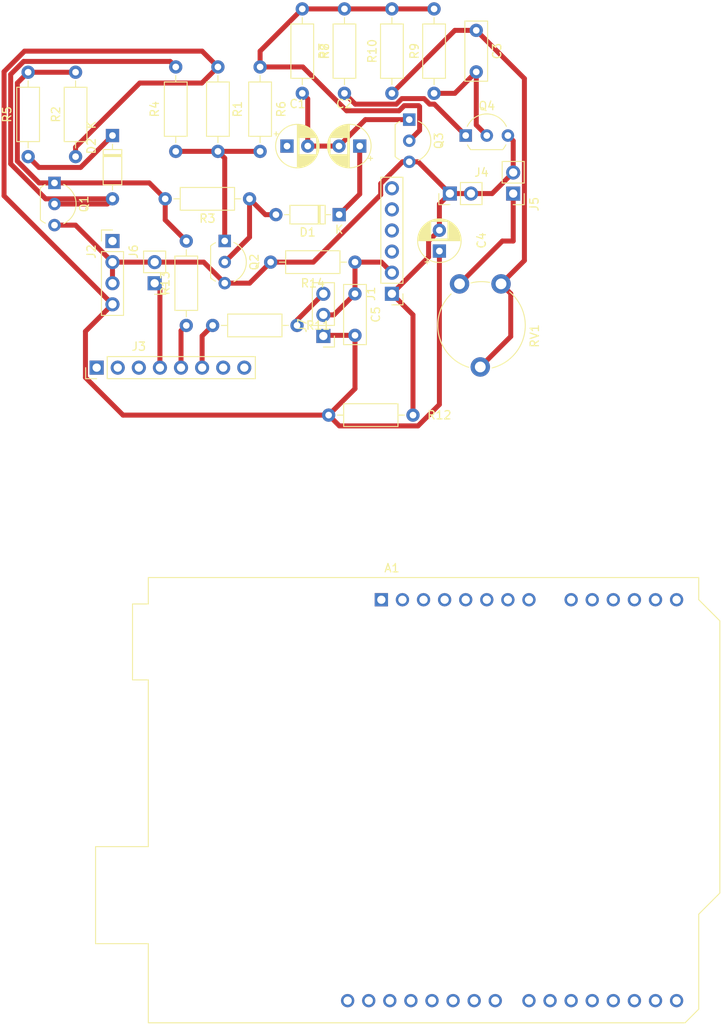
<source format=kicad_pcb>
(kicad_pcb (version 20221018) (generator pcbnew)
  (layers (0 "F.Cu" signal) (31 "B.Cu" signal) (34 "B.Paste" user) (35 "F.Paste" user) (36 "B.SilkS" user "B.Silkscreen") (37 "F.SilkS" user "F.Silkscreen") (38 "B.Mask" user) (39 "F.Mask" user) (44 "Edge.Cuts" user))
  (net 0 "")
  (net 1 "Net-(D2-K)")
  (net 2 "Net-(Q3-C)")
  (net 3 "Net-(D1-K)")
  (net 4 "Net-(C3-Pad1)")
  (net 5 "Net-(Q4-B)")
  (net 6 "VCC")
  (net 7 "GND")
  (net 8 "Net-(J1-Pin_2)")
  (net 9 "Net-(D1-A)")
  (net 10 "Net-(D2-A)")
  (net 11 "Micro")
  (net 12 "Taste")
  (net 13 "Net-(Q2-C)")
  (net 14 "Net-(Q1-C)")
  (net 15 "Net-(Q3-B)")
  (net 16 "Net-(Q4-C)")
  (net 17 "Net-(J7-Pin_3)")
  (net 18 "Net-(J3-Pin_6)")
  (net 19 "DI6")
  (footprint "Potentiometer_THT:Potentiometer_Piher_PT-10-V10_Vertical_Hole" (layer "F.Cu") (at 127.525 99.14 -90)
    (fp_text reference "RV1" (at 6.27 -9.05 90) (layer "F.SilkS"))
    (fp_text value "10k")
    (pad "" np_thru_hole circle (at 5 -2.65 270) (size 4 4) (drill 4) (layers "*.Cu" "*.Mask"))
    (pad "1" thru_hole circle (at 0 0 270) (size 2.34 2.34) (drill 1.3) (layers "*.Cu" "*.Mask") (net 11 "Micro"))
    (pad "2" thru_hole circle (at 10 -2.5 270) (size 2.34 2.34) (drill 1.3) (layers "*.Cu" "*.Mask") (net 4 "Net-(C3-Pad1)"))
    (pad "3" thru_hole circle (at 0 -5 270) (size 2.34 2.34) (drill 1.3) (layers "*.Cu" "*.Mask") (net 4 "Net-(C3-Pad1)"))
  )
  (footprint "Resistor_THT:R_Axial_DIN0207_L6.3mm_D2.5mm_P10.16mm_Horizontal" (layer "F.Cu") (at 98.425 73.025 -90)
    (fp_text reference "R1" (at 5.08 -2.37 90) (layer "F.SilkS"))
    (fp_text value "1k")
    (pad "1" thru_hole circle (at 0 0 270) (size 1.6 1.6) (drill 0.8) (layers "*.Cu" "*.Mask") (net 6 "VCC"))
    (pad "2" thru_hole oval (at 10.16 0 270) (size 1.6 1.6) (drill 0.8) (layers "*.Cu" "*.Mask") (net 13 "Net-(Q2-C)"))
  )
  (footprint "Resistor_THT:R_Axial_DIN0207_L6.3mm_D2.5mm_P10.16mm_Horizontal" (layer "F.Cu") (at 107.95 104.14 180)
    (fp_text reference "R11" (at -2.54 0) (layer "F.SilkS"))
    (fp_text value "470")
    (pad "1" thru_hole circle (at 0 0 180) (size 1.6 1.6) (drill 0.8) (layers "*.Cu" "*.Mask") (net 17 "Net-(J7-Pin_3)"))
    (pad "2" thru_hole oval (at 10.16 0 180) (size 1.6 1.6) (drill 0.8) (layers "*.Cu" "*.Mask") (net 18 "Net-(J3-Pin_6)"))
  )
  (footprint "Resistor_THT:R_Axial_DIN0207_L6.3mm_D2.5mm_P10.16mm_Horizontal" (layer "F.Cu") (at 94.615 93.98 -90)
    (fp_text reference "R13" (at 5.08 2.54 90) (layer "F.SilkS"))
    (fp_text value "470")
    (pad "1" thru_hole circle (at 0 0 270) (size 1.6 1.6) (drill 0.8) (layers "*.Cu" "*.Mask") (net 14 "Net-(Q1-C)"))
    (pad "2" thru_hole oval (at 10.16 0 270) (size 1.6 1.6) (drill 0.8) (layers "*.Cu" "*.Mask") (net 19 "DI6"))
  )
  (footprint "Resistor_THT:R_Axial_DIN0207_L6.3mm_D2.5mm_P10.16mm_Horizontal" (layer "F.Cu") (at 75.565 73.66 -90)
    (fp_text reference "R5" (at 5.08 2.54 90) (layer "F.SilkS"))
    (fp_text value "1k")
    (pad "1" thru_hole circle (at 0 0 270) (size 1.6 1.6) (drill 0.8) (layers "*.Cu" "*.Mask") (net 14 "Net-(Q1-C)"))
    (pad "2" thru_hole oval (at 10.16 0 270) (size 1.6 1.6) (drill 0.8) (layers "*.Cu" "*.Mask") (net 1 "Net-(D2-K)"))
  )
  (footprint "Connector_PinHeader_2.54mm:PinHeader_1x03_P2.54mm_Vertical" (layer "F.Cu") (at 111.125 105.41 180)
    (fp_text reference "J7" (at 2.54 1.255 90) (layer "F.SilkS"))
    (fp_text value "03")
    (pad "1" thru_hole rect (at 0 0 180) (size 1.7 1.7) (drill 1) (layers "*.Cu" "*.Mask") (net 6 "VCC"))
    (pad "2" thru_hole oval (at 0 2.54 180) (size 1.7 1.7) (drill 1) (layers "*.Cu" "*.Mask") (net 8 "Net-(J1-Pin_2)"))
    (pad "3" thru_hole oval (at 0 5.08 180) (size 1.7 1.7) (drill 1) (layers "*.Cu" "*.Mask") (net 17 "Net-(J7-Pin_3)"))
  )
  (footprint "Diode_THT:D_DO-35_SOD27_P7.62mm_Horizontal" (layer "F.Cu") (at 113.03 90.805 180)
    (fp_text reference "D1" (at 3.81 -2.12) (layer "F.SilkS"))
    (fp_text value "1N4148")
    (fp_text user "K" (at 0 -1.8) (layer "F.SilkS"))
    (pad "1" thru_hole rect (at 0 0 180) (size 1.6 1.6) (drill 0.8) (layers "*.Cu" "*.Mask") (net 3 "Net-(D1-K)"))
    (pad "2" thru_hole oval (at 7.62 0 180) (size 1.6 1.6) (drill 0.8) (layers "*.Cu" "*.Mask") (net 9 "Net-(D1-A)"))
  )
  (footprint "Resistor_THT:R_Axial_DIN0207_L6.3mm_D2.5mm_P10.16mm_Horizontal" (layer "F.Cu") (at 81.28 83.82 90)
    (fp_text reference "R2" (at 5.08 -2.37 90) (layer "F.SilkS"))
    (fp_text value "1k")
    (pad "1" thru_hole circle (at 0 0 90) (size 1.6 1.6) (drill 0.8) (layers "*.Cu" "*.Mask") (net 6 "VCC"))
    (pad "2" thru_hole oval (at 10.16 0 90) (size 1.6 1.6) (drill 0.8) (layers "*.Cu" "*.Mask") (net 14 "Net-(Q1-C)"))
  )
  (footprint "Package_TO_SOT_THT:TO-92L_Inline_Wide" (layer "F.Cu") (at 78.74 86.985 -90)
    (fp_text reference "Q1" (at 2.54 -3.56 90) (layer "F.SilkS"))
    (fp_text value "BC547")
    (pad "1" thru_hole rect (at 0 0 270) (size 1.5 1.5) (drill 0.8) (layers "*.Cu" "*.Mask") (net 14 "Net-(Q1-C)"))
    (pad "2" thru_hole circle (at 2.54 0 270) (size 1.5 1.5) (drill 0.8) (layers "*.Cu" "*.Mask") (net 10 "Net-(D2-A)"))
    (pad "3" thru_hole circle (at 5.08 0 270) (size 1.5 1.5) (drill 0.8) (layers "*.Cu" "*.Mask") (net 7 "GND"))
  )
  (footprint "Capacitor_THT:CP_Radial_D5.0mm_P2.50mm" (layer "F.Cu") (at 106.744888 82.55)
    (fp_text reference "C1" (at 1.27 -5.08) (layer "F.SilkS"))
    (fp_text value "47μF")
    (pad "1" thru_hole rect (at 0 0) (size 1.6 1.6) (drill 0.8) (layers "*.Cu" "*.Mask") (net 1 "Net-(D2-K)"))
    (pad "2" thru_hole circle (at 2.5 0) (size 1.6 1.6) (drill 0.8) (layers "*.Cu" "*.Mask") (net 2 "Net-(Q3-C)"))
  )
  (footprint "Package_TO_SOT_THT:TO-92L_Inline_Wide" (layer "F.Cu") (at 121.47 79.365 -90)
    (fp_text reference "Q3" (at 2.54 -3.56 90) (layer "F.SilkS"))
    (fp_text value "BC547")
    (pad "1" thru_hole rect (at 0 0 270) (size 1.5 1.5) (drill 0.8) (layers "*.Cu" "*.Mask") (net 2 "Net-(Q3-C)"))
    (pad "2" thru_hole circle (at 2.54 0 270) (size 1.5 1.5) (drill 0.8) (layers "*.Cu" "*.Mask") (net 15 "Net-(Q3-B)"))
    (pad "3" thru_hole circle (at 5.08 0 270) (size 1.5 1.5) (drill 0.8) (layers "*.Cu" "*.Mask") (net 7 "GND"))
  )
  (footprint "Connector_PinHeader_2.54mm:PinHeader_1x02_P2.54mm_Vertical" (layer "F.Cu") (at 133.99 88.27 180)
    (fp_text reference "J5" (at -2.54 -1.27 90) (layer "F.SilkS"))
    (fp_text value "Micro")
    (pad "1" thru_hole rect (at 0 0 180) (size 1.7 1.7) (drill 1) (layers "*.Cu" "*.Mask") (net 11 "Micro"))
    (pad "2" thru_hole oval (at 0 2.54 180) (size 1.7 1.7) (drill 1) (layers "*.Cu" "*.Mask") (net 7 "GND"))
  )
  (footprint "Resistor_THT:R_Axial_DIN0207_L6.3mm_D2.5mm_P10.16mm_Horizontal" (layer "F.Cu") (at 104.775 96.52)
    (fp_text reference "R14" (at 5.08 2.54) (layer "F.SilkS"))
    (fp_text value "0,22")
    (pad "1" thru_hole circle (at 0 0) (size 1.6 1.6) (drill 0.8) (layers "*.Cu" "*.Mask") (net 7 "GND"))
    (pad "2" thru_hole oval (at 10.16 0) (size 1.6 1.6) (drill 0.8) (layers "*.Cu" "*.Mask") (net 8 "Net-(J1-Pin_2)"))
  )
  (footprint "Diode_THT:D_DO-35_SOD27_P7.62mm_Horizontal" (layer "F.Cu") (at 85.725 81.28 -90)
    (fp_text reference "D2" (at 1.27 2.54 90) (layer "F.SilkS"))
    (fp_text value "1N4148")
    (fp_text user "K" (at -1.27 2.54 90) (layer "F.SilkS"))
    (pad "1" thru_hole rect (at 0 0 270) (size 1.6 1.6) (drill 0.8) (layers "*.Cu" "*.Mask") (net 1 "Net-(D2-K)"))
    (pad "2" thru_hole oval (at 7.62 0 270) (size 1.6 1.6) (drill 0.8) (layers "*.Cu" "*.Mask") (net 10 "Net-(D2-A)"))
  )
  (footprint "Connector_PinHeader_2.54mm:PinHeader_1x08_P2.54mm_Vertical" (layer "F.Cu") (at 83.82 109.22 90)
    (fp_text reference "J3" (at 2.54 5.08) (layer "F.SilkS"))
    (fp_text value "DIGITAL")
    (pad "1" thru_hole rect (at 0 0 90) (size 1.7 1.7) (drill 1) (layers "*.Cu" "*.Mask"))
    (pad "2" thru_hole oval (at 0 2.54 90) (size 1.7 1.7) (drill 1) (layers "*.Cu" "*.Mask"))
    (pad "3" thru_hole oval (at 0 5.08 90) (size 1.7 1.7) (drill 1) (layers "*.Cu" "*.Mask"))
    (pad "4" thru_hole oval (at 0 7.62 90) (size 1.7 1.7) (drill 1) (layers "*.Cu" "*.Mask") (net 12 "Taste"))
    (pad "5" thru_hole oval (at 0 10.16 90) (size 1.7 1.7) (drill 1) (layers "*.Cu" "*.Mask") (net 19 "DI6"))
    (pad "6" thru_hole oval (at 0 12.7 90) (size 1.7 1.7) (drill 1) (layers "*.Cu" "*.Mask") (net 18 "Net-(J3-Pin_6)"))
    (pad "7" thru_hole oval (at 0 15.24 90) (size 1.7 1.7) (drill 1) (layers "*.Cu" "*.Mask"))
    (pad "8" thru_hole oval (at 0 17.78 90) (size 1.7 1.7) (drill 1) (layers "*.Cu" "*.Mask"))
  )
  (footprint "Connector_PinHeader_2.54mm:PinHeader_1x02_P2.54mm_Vertical" (layer "F.Cu") (at 126.365 88.265 90)
    (fp_text reference "J4" (at 2.54 3.81) (layer "F.SilkS"))
    (fp_text value "LDR")
    (pad "1" thru_hole rect (at 0 0 90) (size 1.7 1.7) (drill 1) (layers "*.Cu" "*.Mask") (net 7 "GND"))
    (pad "2" thru_hole oval (at 0 2.54 90) (size 1.7 1.7) (drill 1) (layers "*.Cu" "*.Mask") (net 7 "GND"))
  )
  (footprint "Package_TO_SOT_THT:TO-92L_Inline_Wide" (layer "F.Cu") (at 128.27 81.28)
    (fp_text reference "Q4" (at 2.54 -3.56) (layer "F.SilkS"))
    (fp_text value "BC547")
    (pad "1" thru_hole rect (at 0 0) (size 1.5 1.5) (drill 0.8) (layers "*.Cu" "*.Mask") (net 16 "Net-(Q4-C)"))
    (pad "2" thru_hole circle (at 2.54 0) (size 1.5 1.5) (drill 0.8) (layers "*.Cu" "*.Mask") (net 5 "Net-(Q4-B)"))
    (pad "3" thru_hole circle (at 5.08 0) (size 1.5 1.5) (drill 0.8) (layers "*.Cu" "*.Mask") (net 7 "GND"))
  )
  (footprint "Connector_PinHeader_2.54mm:PinHeader_1x04_P2.54mm_Vertical" (layer "F.Cu") (at 85.725 93.98)
    (fp_text reference "J2" (at -2.54 1.27 90) (layer "F.SilkS"))
    (fp_text value "Power")
    (pad "1" thru_hole rect (at 0 0) (size 1.7 1.7) (drill 1) (layers "*.Cu" "*.Mask"))
    (pad "2" thru_hole oval (at 0 2.54) (size 1.7 1.7) (drill 1) (layers "*.Cu" "*.Mask") (net 7 "GND"))
    (pad "3" thru_hole oval (at 0 5.08) (size 1.7 1.7) (drill 1) (layers "*.Cu" "*.Mask") (net 7 "GND"))
    (pad "4" thru_hole oval (at 0 7.62) (size 1.7 1.7) (drill 1) (layers "*.Cu" "*.Mask") (net 6 "VCC"))
  )
  (footprint "Connector_PinHeader_2.54mm:PinHeader_1x06_P2.54mm_Vertical" (layer "F.Cu") (at 119.38 100.33 180)
    (fp_text reference "J1" (at 2.54 0 90) (layer "F.SilkS"))
    (fp_text value "Analog IN")
    (pad "1" thru_hole rect (at 0 0 180) (size 1.7 1.7) (drill 1) (layers "*.Cu" "*.Mask") (net 7 "GND"))
    (pad "2" thru_hole oval (at 0 2.54 180) (size 1.7 1.7) (drill 1) (layers "*.Cu" "*.Mask") (net 8 "Net-(J1-Pin_2)"))
    (pad "3" thru_hole oval (at 0 5.08 180) (size 1.7 1.7) (drill 1) (layers "*.Cu" "*.Mask"))
    (pad "4" thru_hole oval (at 0 7.62 180) (size 1.7 1.7) (drill 1) (layers "*.Cu" "*.Mask"))
    (pad "5" thru_hole oval (at 0 10.16 180) (size 1.7 1.7) (drill 1) (layers "*.Cu" "*.Mask"))
    (pad "6" thru_hole oval (at 0 12.7 180) (size 1.7 1.7) (drill 1) (layers "*.Cu" "*.Mask"))
  )
  (footprint "Resistor_THT:R_Axial_DIN0207_L6.3mm_D2.5mm_P10.16mm_Horizontal" (layer "F.Cu") (at 113.665 76.2 90)
    (fp_text reference "R8" (at 5.08 -2.37 90) (layer "F.SilkS"))
    (fp_text value "4k7")
    (pad "1" thru_hole circle (at 0 0 90) (size 1.6 1.6) (drill 0.8) (layers "*.Cu" "*.Mask") (net 16 "Net-(Q4-C)"))
    (pad "2" thru_hole oval (at 10.16 0 90) (size 1.6 1.6) (drill 0.8) (layers "*.Cu" "*.Mask") (net 15 "Net-(Q3-B)"))
  )
  (footprint "Capacitor_THT:C_Disc_D7.0mm_W2.5mm_P5.00mm" (layer "F.Cu") (at 129.54 68.62 -90)
    (fp_text reference "C3" (at 2.5 -2.5 90) (layer "F.SilkS"))
    (fp_text value "100NF")
    (pad "1" thru_hole circle (at 0 0 270) (size 1.6 1.6) (drill 0.8) (layers "*.Cu" "*.Mask") (net 4 "Net-(C3-Pad1)"))
    (pad "2" thru_hole circle (at 5 0 270) (size 1.6 1.6) (drill 0.8) (layers "*.Cu" "*.Mask") (net 5 "Net-(Q4-B)"))
  )
  (footprint "Capacitor_THT:CP_Radial_D5.0mm_P2.50mm" (layer "F.Cu") (at 125.1 95.185113 90)
    (fp_text reference "C4" (at 1.27 5.08 90) (layer "F.SilkS"))
    (fp_text value "47μF")
    (pad "1" thru_hole rect (at 0 0 90) (size 1.6 1.6) (drill 0.8) (layers "*.Cu" "*.Mask") (net 6 "VCC"))
    (pad "2" thru_hole circle (at 2.5 0 90) (size 1.6 1.6) (drill 0.8) (layers "*.Cu" "*.Mask") (net 7 "GND"))
  )
  (footprint "Module:Arduino_UNO_R2" (layer "F.Cu") (at 118.11 137.16)
    (fp_text reference "A1" (at 1.27 -3.81 180) (layer "F.SilkS"))
    (fp_text value "Arduino_UNO_R2")
    (pad "1" thru_hole rect (at 0 0 90) (size 1.6 1.6) (drill 1) (layers "*.Cu" "*.Mask"))
    (pad "2" thru_hole oval (at 2.54 0 90) (size 1.6 1.6) (drill 1) (layers "*.Cu" "*.Mask"))
    (pad "3" thru_hole oval (at 5.08 0 90) (size 1.6 1.6) (drill 1) (layers "*.Cu" "*.Mask"))
    (pad "4" thru_hole oval (at 7.62 0 90) (size 1.6 1.6) (drill 1) (layers "*.Cu" "*.Mask"))
    (pad "5" thru_hole oval (at 10.16 0 90) (size 1.6 1.6) (drill 1) (layers "*.Cu" "*.Mask"))
    (pad "6" thru_hole oval (at 12.7 0 90) (size 1.6 1.6) (drill 1) (layers "*.Cu" "*.Mask"))
    (pad "7" thru_hole oval (at 15.24 0 90) (size 1.6 1.6) (drill 1) (layers "*.Cu" "*.Mask"))
    (pad "8" thru_hole oval (at 17.78 0 90) (size 1.6 1.6) (drill 1) (layers "*.Cu" "*.Mask"))
    (pad "9" thru_hole oval (at 22.86 0 90) (size 1.6 1.6) (drill 1) (layers "*.Cu" "*.Mask"))
    (pad "10" thru_hole oval (at 25.4 0 90) (size 1.6 1.6) (drill 1) (layers "*.Cu" "*.Mask"))
    (pad "11" thru_hole oval (at 27.94 0 90) (size 1.6 1.6) (drill 1) (layers "*.Cu" "*.Mask"))
    (pad "12" thru_hole oval (at 30.48 0 90) (size 1.6 1.6) (drill 1) (layers "*.Cu" "*.Mask"))
    (pad "13" thru_hole oval (at 33.02 0 90) (size 1.6 1.6) (drill 1) (layers "*.Cu" "*.Mask"))
    (pad "14" thru_hole oval (at 35.56 0 90) (size 1.6 1.6) (drill 1) (layers "*.Cu" "*.Mask"))
    (pad "15" thru_hole oval (at 35.56 48.26 90) (size 1.6 1.6) (drill 1) (layers "*.Cu" "*.Mask"))
    (pad "16" thru_hole oval (at 33.02 48.26 90) (size 1.6 1.6) (drill 1) (layers "*.Cu" "*.Mask"))
    (pad "17" thru_hole oval (at 30.48 48.26 90) (size 1.6 1.6) (drill 1) (layers "*.Cu" "*.Mask"))
    (pad "18" thru_hole oval (at 27.94 48.26 90) (size 1.6 1.6) (drill 1) (layers "*.Cu" "*.Mask"))
    (pad "19" thru_hole oval (at 25.4 48.26 90) (size 1.6 1.6) (drill 1) (layers "*.Cu" "*.Mask"))
    (pad "20" thru_hole oval (at 22.86 48.26 90) (size 1.6 1.6) (drill 1) (layers "*.Cu" "*.Mask"))
    (pad "21" thru_hole oval (at 20.32 48.26 90) (size 1.6 1.6) (drill 1) (layers "*.Cu" "*.Mask"))
    (pad "22" thru_hole oval (at 17.78 48.26 90) (size 1.6 1.6) (drill 1) (layers "*.Cu" "*.Mask"))
    (pad "23" thru_hole oval (at 13.72 48.26 90) (size 1.6 1.6) (drill 1) (layers "*.Cu" "*.Mask"))
    (pad "24" thru_hole oval (at 11.18 48.26 90) (size 1.6 1.6) (drill 1) (layers "*.Cu" "*.Mask"))
    (pad "25" thru_hole oval (at 8.64 48.26 90) (size 1.6 1.6) (drill 1) (layers "*.Cu" "*.Mask"))
    (pad "26" thru_hole oval (at 6.1 48.26 90) (size 1.6 1.6) (drill 1) (layers "*.Cu" "*.Mask"))
    (pad "27" thru_hole oval (at 3.56 48.26 90) (size 1.6 1.6) (drill 1) (layers "*.Cu" "*.Mask"))
    (pad "28" thru_hole oval (at 1.02 48.26 90) (size 1.6 1.6) (drill 1) (layers "*.Cu" "*.Mask"))
    (pad "29" thru_hole oval (at -1.52 48.26 90) (size 1.6 1.6) (drill 1) (layers "*.Cu" "*.Mask"))
    (pad "30" thru_hole oval (at -4.06 48.26 90) (size 1.6 1.6) (drill 1) (layers "*.Cu" "*.Mask"))
  )
  (footprint "Package_TO_SOT_THT:TO-92L_Inline_Wide" (layer "F.Cu") (at 99.245 93.97 -90)
    (fp_text reference "Q2" (at 2.54 -3.56 90) (layer "F.SilkS"))
    (fp_text value "BC547")
    (pad "1" thru_hole rect (at 0 0 270) (size 1.5 1.5) (drill 0.8) (layers "*.Cu" "*.Mask") (net 13 "Net-(Q2-C)"))
    (pad "2" thru_hole circle (at 2.54 0 270) (size 1.5 1.5) (drill 0.8) (layers "*.Cu" "*.Mask") (net 9 "Net-(D1-A)"))
    (pad "3" thru_hole circle (at 5.08 0 270) (size 1.5 1.5) (drill 0.8) (layers "*.Cu" "*.Mask") (net 7 "GND"))
  )
  (footprint "Resistor_THT:R_Axial_DIN0207_L6.3mm_D2.5mm_P10.16mm_Horizontal" (layer "F.Cu") (at 93.345 83.185 90)
    (fp_text reference "R4" (at 5.08 -2.54 90) (layer "F.SilkS"))
    (fp_text value "22k")
    (pad "1" thru_hole circle (at 0 0 90) (size 1.6 1.6) (drill 0.8) (layers "*.Cu" "*.Mask") (net 13 "Net-(Q2-C)"))
    (pad "2" thru_hole oval (at 10.16 0 90) (size 1.6 1.6) (drill 0.8) (layers "*.Cu" "*.Mask") (net 10 "Net-(D2-A)"))
  )
  (footprint "Capacitor_THT:CP_Radial_D5.0mm_P2.50mm" (layer "F.Cu") (at 115.505113 82.55 180)
    (fp_text reference "C2" (at 1.865 5.08) (layer "F.SilkS"))
    (fp_text value "47μF")
    (pad "1" thru_hole rect (at 0 0 180) (size 1.6 1.6) (drill 0.8) (layers "*.Cu" "*.Mask") (net 3 "Net-(D1-K)"))
    (pad "2" thru_hole circle (at 2.5 0 180) (size 1.6 1.6) (drill 0.8) (layers "*.Cu" "*.Mask") (net 2 "Net-(Q3-C)"))
  )
  (footprint "Resistor_THT:R_Axial_DIN0207_L6.3mm_D2.5mm_P10.16mm_Horizontal" (layer "F.Cu") (at 124.46 76.2 90)
    (fp_text reference "R9" (at 5.08 -2.37 90) (layer "F.SilkS"))
    (fp_text value "160k")
    (pad "1" thru_hole circle (at 0 0 90) (size 1.6 1.6) (drill 0.8) (layers "*.Cu" "*.Mask") (net 5 "Net-(Q4-B)"))
    (pad "2" thru_hole oval (at 10.16 0 90) (size 1.6 1.6) (drill 0.8) (layers "*.Cu" "*.Mask") (net 15 "Net-(Q3-B)"))
  )
  (footprint "Connector_PinHeader_2.54mm:PinHeader_1x02_P2.54mm_Vertical" (layer "F.Cu") (at 90.805 99.06 180)
    (fp_text reference "J6" (at 2.54 3.81 90) (layer "F.SilkS"))
    (fp_text value "Taste")
    (pad "1" thru_hole rect (at 0 0 180) (size 1.7 1.7) (drill 1) (layers "*.Cu" "*.Mask") (net 12 "Taste"))
    (pad "2" thru_hole oval (at 0 2.54 180) (size 1.7 1.7) (drill 1) (layers "*.Cu" "*.Mask") (net 7 "GND"))
  )
  (footprint "Resistor_THT:R_Axial_DIN0207_L6.3mm_D2.5mm_P10.16mm_Horizontal" (layer "F.Cu") (at 102.235 88.9 180)
    (fp_text reference "R3" (at 5.08 -2.37) (layer "F.SilkS"))
    (fp_text value "22k")
    (pad "1" thru_hole circle (at 0 0 180) (size 1.6 1.6) (drill 0.8) (layers "*.Cu" "*.Mask") (net 9 "Net-(D1-A)"))
    (pad "2" thru_hole oval (at 10.16 0 180) (size 1.6 1.6) (drill 0.8) (layers "*.Cu" "*.Mask") (net 14 "Net-(Q1-C)"))
  )
  (footprint "Resistor_THT:R_Axial_DIN0207_L6.3mm_D2.5mm_P10.16mm_Horizontal" (layer "F.Cu") (at 111.76 114.935)
    (fp_text reference "R12" (at 13.335 0) (layer "F.SilkS"))
    (fp_text value "10k")
    (pad "1" thru_hole circle (at 0 0) (size 1.6 1.6) (drill 0.8) (layers "*.Cu" "*.Mask") (net 6 "VCC"))
    (pad "2" thru_hole oval (at 10.16 0) (size 1.6 1.6) (drill 0.8) (layers "*.Cu" "*.Mask") (net 7 "GND"))
  )
  (footprint "Resistor_THT:R_Axial_DIN0207_L6.3mm_D2.5mm_P10.16mm_Horizontal" (layer "F.Cu") (at 103.505 83.185 90)
    (fp_text reference "R6" (at 5.08 2.54 90) (layer "F.SilkS"))
    (fp_text value "1k")
    (pad "1" thru_hole circle (at 0 0 90) (size 1.6 1.6) (drill 0.8) (layers "*.Cu" "*.Mask") (net 13 "Net-(Q2-C)"))
    (pad "2" thru_hole oval (at 10.16 0 90) (size 1.6 1.6) (drill 0.8) (layers "*.Cu" "*.Mask") (net 15 "Net-(Q3-B)"))
  )
  (footprint "Capacitor_THT:C_Disc_D7.0mm_W2.5mm_P5.00mm" (layer "F.Cu") (at 114.935 100.33 -90)
    (fp_text reference "C5" (at 2.5 -2.5 90) (layer "F.SilkS"))
    (fp_text value "100NF")
    (pad "1" thru_hole circle (at 0 0 270) (size 1.6 1.6) (drill 0.8) (layers "*.Cu" "*.Mask") (net 8 "Net-(J1-Pin_2)"))
    (pad "2" thru_hole circle (at 5 0 270) (size 1.6 1.6) (drill 0.8) (layers "*.Cu" "*.Mask") (net 6 "VCC"))
  )
  (footprint "Resistor_THT:R_Axial_DIN0207_L6.3mm_D2.5mm_P10.16mm_Horizontal" (layer "F.Cu") (at 108.585 66.04 -90)
    (fp_text reference "R7" (at 5.08 -2.54 90) (layer "F.SilkS"))
    (fp_text value "10k")
    (pad "1" thru_hole circle (at 0 0 270) (size 1.6 1.6) (drill 0.8) (layers "*.Cu" "*.Mask") (net 15 "Net-(Q3-B)"))
    (pad "2" thru_hole oval (at 10.16 0 270) (size 1.6 1.6) (drill 0.8) (layers "*.Cu" "*.Mask") (net 2 "Net-(Q3-C)"))
  )
  (footprint "Resistor_THT:R_Axial_DIN0207_L6.3mm_D2.5mm_P10.16mm_Horizontal" (layer "F.Cu") (at 119.38 76.2 90)
    (fp_text reference "R10" (at 5.08 -2.37 90) (layer "F.SilkS"))
    (fp_text value "10k")
    (pad "1" thru_hole circle (at 0 0 90) (size 1.6 1.6) (drill 0.8) (layers "*.Cu" "*.Mask") (net 4 "Net-(C3-Pad1)"))
    (pad "2" thru_hole oval (at 10.16 0 90) (size 1.6 1.6) (drill 0.8) (layers "*.Cu" "*.Mask") (net 15 "Net-(Q3-B)"))
  )
  (segment (start 81.885 85.12) (end 76.865 85.12) (width 0.6) (layer "F.Cu") (net 1))
  (segment (start 76.865 85.12) (end 75.565 83.82) (width 0.6) (layer "F.Cu") (net 1))
  (segment (start 85.725 81.28) (end 81.885 85.12) (width 0.6) (layer "F.Cu") (net 1))
  (segment (start 116.190113 79.365) (end 113.005113 82.55) (width 0.6) (layer "F.Cu") (net 2))
  (segment (start 121.47 79.365) (end 116.190113 79.365) (width 0.6) (layer "F.Cu") (net 2))
  (segment (start 109.244888 76.859888) (end 108.585 76.2) (width 0.6) (layer "F.Cu") (net 2))
  (segment (start 109.244888 82.55) (end 109.244888 76.859888) (width 0.6) (layer "F.Cu") (net 2))
  (segment (start 113.005113 82.55) (end 109.244888 82.55) (width 0.6) (layer "F.Cu") (net 2))
  (segment (start 115.505113 88.329887) (end 113.03 90.805) (width 0.6) (layer "F.Cu") (net 3))
  (segment (start 115.505113 82.55) (end 115.505113 88.329887) (width 0.6) (layer "F.Cu") (net 3))
  (segment (start 135.34 96.325) (end 132.525 99.14) (width 0.6) (layer "F.Cu") (net 4))
  (segment (start 126.96 68.62) (end 119.38 76.2) (width 0.6) (layer "F.Cu") (net 4))
  (segment (start 133.694999 100.309999) (end 133.694999 105.470001) (width 0.6) (layer "F.Cu") (net 4))
  (segment (start 133.694999 105.470001) (end 130.025 109.14) (width 0.6) (layer "F.Cu") (net 4))
  (segment (start 129.54 68.62) (end 135.34 74.42) (width 0.6) (layer "F.Cu") (net 4))
  (segment (start 129.54 68.62) (end 126.96 68.62) (width 0.6) (layer "F.Cu") (net 4))
  (segment (start 135.34 74.42) (end 135.34 96.325) (width 0.6) (layer "F.Cu") (net 4))
  (segment (start 132.525 99.14) (end 133.694999 100.309999) (width 0.6) (layer "F.Cu") (net 4))
  (segment (start 129.54 73.62) (end 129.54 80.01) (width 0.6) (layer "F.Cu") (net 5))
  (segment (start 124.46 76.2) (end 126.96 76.2) (width 0.6) (layer "F.Cu") (net 5))
  (segment (start 126.96 76.2) (end 129.54 73.62) (width 0.6) (layer "F.Cu") (net 5))
  (segment (start 129.54 80.01) (end 130.81 81.28) (width 0.6) (layer "F.Cu") (net 5))
  (segment (start 89.00863 74.96) (end 96.49 74.96) (width 0.6) (layer "F.Cu") (net 6))
  (segment (start 111.76 114.935) (end 113.06 116.235) (width 0.6) (layer "F.Cu") (net 6))
  (segment (start 125.1 113.66) (end 125.1 95.185113) (width 0.6) (layer "F.Cu") (net 6))
  (segment (start 85.725 101.6) (end 82.47 104.855) (width 0.6) (layer "F.Cu") (net 6))
  (segment (start 111.205 105.33) (end 111.125 105.41) (width 0.6) (layer "F.Cu") (net 6))
  (segment (start 72.665 88.54) (end 72.665 73.590152) (width 0.6) (layer "F.Cu") (net 6))
  (segment (start 82.47 110.41) (end 86.995 114.935) (width 0.6) (layer "F.Cu") (net 6))
  (segment (start 85.725 101.6) (end 72.665 88.54) (width 0.6) (layer "F.Cu") (net 6))
  (segment (start 81.28 83.82) (end 81.28 82.68863) (width 0.6) (layer "F.Cu") (net 6))
  (segment (start 113.06 116.235) (end 122.525 116.235) (width 0.6) (layer "F.Cu") (net 6))
  (segment (start 114.935 105.33) (end 114.935 111.76) (width 0.6) (layer "F.Cu") (net 6))
  (segment (start 75.135152 71.12) (end 96.52 71.12) (width 0.6) (layer "F.Cu") (net 6))
  (segment (start 96.49 74.96) (end 98.425 73.025) (width 0.6) (layer "F.Cu") (net 6))
  (segment (start 72.665 73.590152) (end 75.135152 71.12) (width 0.6) (layer "F.Cu") (net 6))
  (segment (start 82.47 104.855) (end 82.47 110.41) (width 0.6) (layer "F.Cu") (net 6))
  (segment (start 114.935 111.76) (end 111.76 114.935) (width 0.6) (layer "F.Cu") (net 6))
  (segment (start 122.525 116.235) (end 125.1 113.66) (width 0.6) (layer "F.Cu") (net 6))
  (segment (start 96.52 71.12) (end 98.425 73.025) (width 0.6) (layer "F.Cu") (net 6))
  (segment (start 81.28 82.68863) (end 89.00863 74.96) (width 0.6) (layer "F.Cu") (net 6))
  (segment (start 86.995 114.935) (end 111.76 114.935) (width 0.6) (layer "F.Cu") (net 6))
  (segment (start 114.935 105.33) (end 111.205 105.33) (width 0.6) (layer "F.Cu") (net 6))
  (segment (start 126.365 88.265) (end 128.905 88.265) (width 0.6) (layer "F.Cu") (net 7))
  (segment (start 102.245 99.05) (end 104.775 96.52) (width 0.6) (layer "F.Cu") (net 7))
  (segment (start 109.915 96.52) (end 118.03 88.405) (width 0.6) (layer "F.Cu") (net 7))
  (segment (start 123.8 93.985113) (end 125.1 92.685113) (width 0.6) (layer "F.Cu") (net 7))
  (segment (start 125.1 89.53) (end 126.365 88.265) (width 0.6) (layer "F.Cu") (net 7))
  (segment (start 78.74 92.065) (end 81.27 92.065) (width 0.6) (layer "F.Cu") (net 7))
  (segment (start 125.1 92.685113) (end 125.1 89.53) (width 0.6) (layer "F.Cu") (net 7))
  (segment (start 99.245 99.05) (end 102.245 99.05) (width 0.6) (layer "F.Cu") (net 7))
  (segment (start 131.455 88.265) (end 133.99 85.73) (width 0.6) (layer "F.Cu") (net 7))
  (segment (start 121.92 102.87) (end 119.38 100.33) (width 0.6) (layer "F.Cu") (net 7))
  (segment (start 85.725 96.52) (end 90.805 96.52) (width 0.6) (layer "F.Cu") (net 7))
  (segment (start 121.92 114.935) (end 121.92 102.87) (width 0.6) (layer "F.Cu") (net 7))
  (segment (start 104.775 96.52) (end 109.915 96.52) (width 0.6) (layer "F.Cu") (net 7))
  (segment (start 90.805 96.52) (end 96.715 96.52) (width 0.6) (layer "F.Cu") (net 7))
  (segment (start 126.365 88.265) (end 122.545 84.445) (width 0.6) (layer "F.Cu") (net 7))
  (segment (start 118.03 88.405) (end 118.03 87.070811) (width 0.6) (layer "F.Cu") (net 7))
  (segment (start 118.03 87.070811) (end 120.655811 84.445) (width 0.6) (layer "F.Cu") (net 7))
  (segment (start 96.715 96.52) (end 99.245 99.05) (width 0.6) (layer "F.Cu") (net 7))
  (segment (start 122.545 84.445) (end 121.47 84.445) (width 0.6) (layer "F.Cu") (net 7))
  (segment (start 85.725 96.52) (end 85.725 99.06) (width 0.6) (layer "F.Cu") (net 7))
  (segment (start 133.99 81.92) (end 133.35 81.28) (width 0.6) (layer "F.Cu") (net 7))
  (segment (start 133.99 85.73) (end 133.99 81.92) (width 0.6) (layer "F.Cu") (net 7))
  (segment (start 128.905 88.265) (end 131.455 88.265) (width 0.6) (layer "F.Cu") (net 7))
  (segment (start 123.8 95.91) (end 123.8 93.985113) (width 0.6) (layer "F.Cu") (net 7))
  (segment (start 119.38 100.33) (end 123.8 95.91) (width 0.6) (layer "F.Cu") (net 7))
  (segment (start 120.655811 84.445) (end 121.47 84.445) (width 0.6) (layer "F.Cu") (net 7))
  (segment (start 81.27 92.065) (end 85.725 96.52) (width 0.6) (layer "F.Cu") (net 7))
  (segment (start 118.11 96.52) (end 119.38 97.79) (width 0.6) (layer "F.Cu") (net 8))
  (segment (start 111.125 102.87) (end 112.395 102.87) (width 0.6) (layer "F.Cu") (net 8))
  (segment (start 114.935 96.52) (end 118.11 96.52) (width 0.6) (layer "F.Cu") (net 8))
  (segment (start 114.935 100.33) (end 114.935 96.52) (width 0.6) (layer "F.Cu") (net 8))
  (segment (start 112.395 102.87) (end 114.935 100.33) (width 0.6) (layer "F.Cu") (net 8))
  (segment (start 104.14 90.805) (end 102.235 88.9) (width 0.6) (layer "F.Cu") (net 9))
  (segment (start 105.41 90.805) (end 104.14 90.805) (width 0.6) (layer "F.Cu") (net 9))
  (segment (start 102.235 93.52) (end 99.245 96.51) (width 0.6) (layer "F.Cu") (net 9))
  (segment (start 102.235 88.9) (end 102.235 93.52) (width 0.6) (layer "F.Cu") (net 9))
  (segment (start 77.675152 88.9) (end 73.465 84.689848) (width 0.6) (layer "F.Cu") (net 10))
  (segment (start 75.026522 72.36) (end 92.68 72.36) (width 0.6) (layer "F.Cu") (net 10))
  (segment (start 92.68 72.36) (end 93.345 73.025) (width 0.6) (layer "F.Cu") (net 10))
  (segment (start 78.74 89.525) (end 85.1 89.525) (width 0.6) (layer "F.Cu") (net 10))
  (segment (start 85.1 89.525) (end 85.725 88.9) (width 0.6) (layer "F.Cu") (net 10))
  (segment (start 85.725 88.9) (end 77.675152 88.9) (width 0.6) (layer "F.Cu") (net 10))
  (segment (start 73.465 73.921522) (end 75.026522 72.36) (width 0.6) (layer "F.Cu") (net 10))
  (segment (start 73.465 84.689848) (end 73.465 73.921522) (width 0.6) (layer "F.Cu") (net 10))
  (segment (start 133.99 93.975) (end 133.99 88.27) (width 0.6) (layer "F.Cu") (net 11))
  (segment (start 127.525 99.14) (end 132.685 93.98) (width 0.6) (layer "F.Cu") (net 11))
  (segment (start 132.685 93.98) (end 133.985 93.98) (width 0.6) (layer "F.Cu") (net 11))
  (segment (start 133.985 93.98) (end 133.99 93.975) (width 0.6) (layer "F.Cu") (net 11))
  (segment (start 91.44 99.695) (end 90.805 99.06) (width 0.6) (layer "F.Cu") (net 12))
  (segment (start 91.44 109.22) (end 91.44 99.695) (width 0.6) (layer "F.Cu") (net 12))
  (segment (start 98.425 83.185) (end 93.345 83.185) (width 0.6) (layer "F.Cu") (net 13))
  (segment (start 99.245 84.005) (end 98.425 83.185) (width 0.6) (layer "F.Cu") (net 13))
  (segment (start 98.425 83.185) (end 103.505 83.185) (width 0.6) (layer "F.Cu") (net 13))
  (segment (start 99.245 93.97) (end 99.245 84.005) (width 0.6) (layer "F.Cu") (net 13))
  (segment (start 90.16 86.985) (end 78.74 86.985) (width 0.6) (layer "F.Cu") (net 14))
  (segment (start 74.265 74.96) (end 75.565 73.66) (width 0.6) (layer "F.Cu") (net 14))
  (segment (start 92.075 88.9) (end 92.075 91.44) (width 0.6) (layer "F.Cu") (net 14))
  (segment (start 74.265 84.358478) (end 74.265 74.96) (width 0.6) (layer "F.Cu") (net 14))
  (segment (start 92.075 88.9) (end 90.16 86.985) (width 0.6) (layer "F.Cu") (net 14))
  (segment (start 92.075 91.44) (end 94.615 93.98) (width 0.6) (layer "F.Cu") (net 14))
  (segment (start 76.891522 86.985) (end 74.265 84.358478) (width 0.6) (layer "F.Cu") (net 14))
  (segment (start 78.74 86.985) (end 76.891522 86.985) (width 0.6) (layer "F.Cu") (net 14))
  (segment (start 75.565 73.66) (end 81.28 73.66) (width 0.6) (layer "F.Cu") (net 14))
  (segment (start 122.72 80.655) (end 122.72 77.8) (width 0.6) (layer "F.Cu") (net 15))
  (segment (start 121.47 81.905) (end 122.72 80.655) (width 0.6) (layer "F.Cu") (net 15))
  (segment (start 120.249848 78.3) (end 113.926522 78.3) (width 0.6) (layer "F.Cu") (net 15))
  (segment (start 108.585 66.04) (end 113.665 66.04) (width 0.6) (layer "F.Cu") (net 15))
  (segment (start 113.665 66.04) (end 119.38 66.04) (width 0.6) (layer "F.Cu") (net 15))
  (segment (start 122.72 77.8) (end 122.604924 77.684924) (width 0.6) (layer "F.Cu") (net 15))
  (segment (start 122.604924 77.684924) (end 120.864924 77.684924) (width 0.6) (layer "F.Cu") (net 15))
  (segment (start 108.651522 73.025) (end 103.505 73.025) (width 0.6) (layer "F.Cu") (net 15))
  (segment (start 103.505 71.12) (end 108.585 66.04) (width 0.6) (layer "F.Cu") (net 15))
  (segment (start 103.505 73.025) (end 103.505 71.12) (width 0.6) (layer "F.Cu") (net 15))
  (segment (start 113.926522 78.3) (end 108.651522 73.025) (width 0.6) (layer "F.Cu") (net 15))
  (segment (start 120.864924 77.684924) (end 120.249848 78.3) (width 0.6) (layer "F.Cu") (net 15))
  (segment (start 119.38 66.04) (end 124.46 66.04) (width 0.6) (layer "F.Cu") (net 15))
  (segment (start 114.965 77.5) (end 113.665 76.2) (width 0.6) (layer "F.Cu") (net 16))
  (segment (start 128.27 81.28) (end 124.49 77.5) (width 0.6) (layer "F.Cu") (net 16))
  (segment (start 120.583478 76.835) (end 119.918478 77.5) (width 0.6) (layer "F.Cu") (net 16))
  (segment (start 119.918478 77.5) (end 114.965 77.5) (width 0.6) (layer "F.Cu") (net 16))
  (segment (start 123.921522 77.5) (end 123.256522 76.835) (width 0.6) (layer "F.Cu") (net 16))
  (segment (start 123.256522 76.835) (end 120.583478 76.835) (width 0.6) (layer "F.Cu") (net 16))
  (segment (start 124.49 77.5) (end 123.921522 77.5) (width 0.6) (layer "F.Cu") (net 16))
  (segment (start 107.95 103.505) (end 111.125 100.33) (width 0.6) (layer "F.Cu") (net 17))
  (segment (start 107.95 104.14) (end 107.95 103.505) (width 0.6) (layer "F.Cu") (net 17))
  (segment (start 96.52 109.22) (end 96.52 105.41) (width 0.6) (layer "F.Cu") (net 18))
  (segment (start 96.52 105.41) (end 97.79 104.14) (width 0.6) (layer "F.Cu") (net 18))
  (segment (start 93.98 109.22) (end 93.98 104.775) (width 0.6) (layer "F.Cu") (net 19))
  (segment (start 93.98 104.775) (end 94.615 104.14) (width 0.6) (layer "F.Cu") (net 19))
)
</source>
